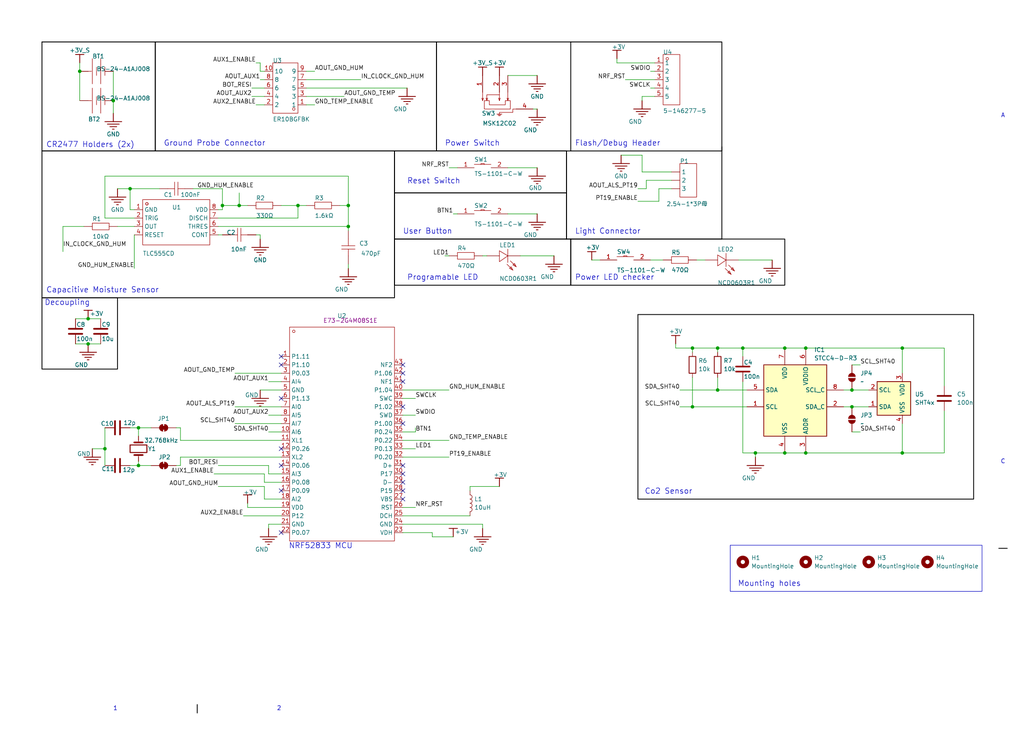
<source format=kicad_sch>
(kicad_sch (version 20250114) (generator "eeschema") (generator_version "9.0")
  (paper "User" 309.88 223.52)
  (title_block (title "SICRO Sensor") (date "2026-01-23") (rev "3.6.0") (company "LRIMa") (comment 1 "Nils Lahaye, Adrien Lesage"))
  (rectangle (start 171.45 45.72) (end 119.38 58.42) (stroke (width 0.254) (color 0 0 0 1)))
  (rectangle (start 220.98 165.1) (end 297.18 179.07))
  (rectangle (start 46.99 12.7) (end 12.7 45.72) (stroke (width 0.254) (color 0 0 0 1)))
  (rectangle (start 12.7 45.72) (end 119.38 90.17) (stroke (width 0.254) (color 0 0 0 1)))
  (rectangle (start 132.08 12.7) (end 46.99 45.72) (stroke (width 0.254) (color 0 0 0 1)))
  (rectangle (start 12.7 90.17) (end 35.56 111.76) (stroke (width 0.254) (color 0 0 0 1)))
  (rectangle (start 171.45 58.42) (end 119.38 72.39) (stroke (width 0.254) (color 0 0 0 1)))
  (rectangle (start 193.04 95.25) (end 294.64 151.13) (stroke (width 0.254) (color 0 0 0 1)))
  (rectangle (start 218.44 12.7) (end 132.08 45.72) (stroke (width 0.254) (color 0 0 0 1)))
  (rectangle (start 119.38 72.39) (end 172.72 86.36) (stroke (width 0.254) (color 0 0 0 1)))
  (rectangle (start 172.72 72.39) (end 237.49 86.36) (stroke (width 0.254) (color 0 0 0 1)))
  (text "Programable LED" (at 123.19 85.09 0) (effects (font (size 1.651 1.651)) (justify left bottom)))
  (text "Light Connector" (at 173.99 71.12 0) (effects (font (size 1.651 1.651)) (justify left bottom)))
  (text "Power Switch" (at 134.62 44.45 0) (effects (font (size 1.651 1.651)) (justify left bottom)))
  (text "Decoupling" (at 13.462 92.71 0) (effects (font (size 1.651 1.651)) (justify left bottom)))
  (text "A" (at 303.53 35.084 0) (effects (font (size 1.27 1.27))))
  (text "Power LED checker" (at 173.99 85.09 0) (effects (font (size 1.651 1.651)) (justify left bottom)))
  (text "Capacitive Moisture Sensor" (at 13.97 88.9 0) (effects (font (size 1.651 1.651)) (justify left bottom)))
  (text "Mounting holes\n" (at 223.266 177.8 0) (effects (font (size 1.651 1.651)) (justify left bottom)))
  (text "Ground Probe Connector" (at 49.53 44.45 0) (effects (font (size 1.651 1.651)) (justify left bottom)))
  (text "Flash/Debug Header" (at 173.99 44.45 0) (effects (font (size 1.651 1.651)) (justify left bottom)))
  (text "C" (at 303.53 139.859 0) (effects (font (size 1.27 1.27))))
  (text "Co2 Sensor" (at 195.072 149.86 0) (effects (font (size 1.651 1.651)) (justify left bottom)))
  (text "CR2477 Holders (2x)" (at 13.97 44.894 0) (effects (font (size 1.651 1.651)) (justify left bottom)))
  (text "2" (at 84.455 214.63 0) (effects (font (size 1.27 1.27))))
  (text "NRF52833 MCU" (at 87.376 166.37 0) (effects (font (size 1.651 1.651)) (justify left bottom)))
  (text "1" (at 34.925 214.63 0) (effects (font (size 1.27 1.27))))
  (text "User Button" (at 121.92 71.12 0) (effects (font (size 1.651 1.651)) (justify left bottom)))
  (text "Reset Switch" (at 123.19 55.88 0) (effects (font (size 1.651 1.651)) (justify left bottom)))
  (junction (at 237.49 105.41))
  (junction (at 257.81 123.19))
  (junction (at 67.31 62.23))
  (junction (at 41.91 140.97))
  (junction (at 90.17 62.23))
  (junction (at 41.91 129.54))
  (junction (at 34.29 30.48))
  (junction (at 26.67 104.14))
  (junction (at 26.67 96.52))
  (junction (at 224.79 105.41))
  (junction (at 273.05 137.16))
  (junction (at 217.17 105.41))
  (junction (at 217.17 118.11))
  (junction (at 243.84 105.41))
  (junction (at 257.81 118.11))
  (junction (at 228.6 137.16))
  (junction (at 105.41 68.58))
  (junction (at 209.55 123.19))
  (junction (at 39.37 57.15))
  (junction (at 237.49 137.16))
  (junction (at 105.41 62.23))
  (junction (at 72.39 62.23))
  (junction (at 243.84 137.16))
  (junction (at 24.13 21.59))
  (junction (at 31.75 135.89))
  (junction (at 209.55 105.41))
  (junction (at 273.05 105.41))
  (no_connect (at 121.92 143.51))
  (no_connect (at 121.92 151.13))
  (no_connect (at 121.92 115.57))
  (no_connect (at 121.92 123.19))
  (no_connect (at 121.92 110.49))
  (no_connect (at 85.09 135.89))
  (no_connect (at 85.09 110.49))
  (no_connect (at 121.92 113.03))
  (no_connect (at 121.92 128.27))
  (no_connect (at 121.92 148.59))
  (no_connect (at 85.09 148.59))
  (no_connect (at 85.09 140.97))
  (no_connect (at 121.92 146.05))
  (no_connect (at 85.09 161.29))
  (no_connect (at 85.09 107.95))
  (no_connect (at 85.09 120.65))
  (no_connect (at 121.92 140.97))
  (wire (pts (xy 26.67 96.52) (xy 22.86 96.52)))
  (wire (pts (xy 27.94 135.89) (xy 31.75 135.89)))
  (wire (pts (xy 285.75 105.41) (xy 285.75 116.84)))
  (wire (pts (xy 146.05 158.75) (xy 146.05 160.02)))
  (wire (pts (xy 64.77 143.51) (xy 80.01 143.51)))
  (wire (pts (xy 58.42 57.15) (xy 67.31 57.15)))
  (wire (pts (xy 217.17 106.68) (xy 217.17 105.41)))
  (wire (pts (xy 66.04 140.97) (xy 81.28 140.97)))
  (wire (pts (xy 204.47 104.14) (xy 204.47 105.41)))
  (polyline (pts (xy 218.44 44.45) (xy 218.44 72.39)) (stroke (width 0.254) (type solid) (color 0 0 0 1)))
  (wire (pts (xy 81.28 125.73) (xy 85.09 125.73)))
  (wire (pts (xy 90.17 66.04) (xy 66.04 66.04)))
  (wire (pts (xy 39.37 57.15) (xy 48.26 57.15)))
  (wire (pts (xy 237.49 137.16) (xy 243.84 137.16)))
  (wire (pts (xy 31.75 135.89) (xy 31.75 140.97)))
  (wire (pts (xy 228.6 137.16) (xy 237.49 137.16)))
  (wire (pts (xy 273.05 105.41) (xy 285.75 105.41)))
  (wire (pts (xy 285.75 137.16) (xy 285.75 124.46)))
  (wire (pts (xy 135.89 138.43) (xy 121.92 138.43)))
  (polyline (pts (xy 302.26 166.052) (xy 304.8 166.052)) (stroke (width 0.254) (type solid) (color 0 0 0 1)))
  (wire (pts (xy 217.17 114.3) (xy 217.17 118.11)))
  (wire (pts (xy 40.64 71.12) (xy 40.64 81.28)))
  (wire (pts (xy 157.48 77.47) (xy 167.64 77.47)))
  (wire (pts (xy 205.74 123.19) (xy 209.55 123.19)))
  (wire (pts (xy 92.71 31.75) (xy 95.25 31.75)))
  (wire (pts (xy 81.28 130.81) (xy 85.09 130.81)))
  (wire (pts (xy 80.01 151.13) (xy 85.09 151.13)))
  (wire (pts (xy 54.61 138.43) (xy 54.61 140.97)))
  (wire (pts (xy 40.64 66.04) (xy 31.75 66.04)))
  (wire (pts (xy 260.35 110.49) (xy 257.81 110.49)))
  (wire (pts (xy 92.71 29.21) (xy 104.14 29.21)))
  (wire (pts (xy 35.56 57.15) (xy 39.37 57.15)))
  (wire (pts (xy 193.04 57.15) (xy 195.58 57.15)))
  (wire (pts (xy 130.81 162.56) (xy 137.16 162.56)))
  (wire (pts (xy 146.05 77.47) (xy 147.32 77.47)))
  (wire (pts (xy 121.92 156.21) (xy 142.24 156.21)))
  (wire (pts (xy 78.74 72.39) (xy 78.74 71.12)))
  (polyline (pts (xy 171.45 72.39) (xy 171.45 72.39)) (stroke (width 0.254) (type solid) (color 0 0 0 1)))
  (wire (pts (xy 199.39 60.96) (xy 199.39 57.15)))
  (wire (pts (xy 85.09 115.57) (xy 81.28 115.57)))
  (polyline (pts (xy 172.72 12.7) (xy 172.72 45.72)) (stroke (width 0.254) (type solid) (color 0 0 0 1)))
  (wire (pts (xy 67.31 62.23) (xy 67.31 63.5)))
  (wire (pts (xy 121.92 158.75) (xy 146.05 158.75)))
  (wire (pts (xy 92.71 26.67) (xy 123.19 26.67)))
  (wire (pts (xy 194.31 46.99) (xy 194.31 52.07)))
  (wire (pts (xy 39.37 63.5) (xy 39.37 57.15)))
  (wire (pts (xy 40.64 63.5) (xy 39.37 63.5)))
  (wire (pts (xy 161.29 33.02) (xy 162.56 33.02)))
  (wire (pts (xy 24.13 21.59) (xy 24.13 19.05)))
  (wire (pts (xy 19.05 68.58) (xy 25.4 68.58)))
  (wire (pts (xy 134.62 77.47) (xy 135.89 77.47)))
  (wire (pts (xy 260.35 130.81) (xy 257.81 130.81)))
  (wire (pts (xy 90.17 62.23) (xy 85.09 62.23)))
  (wire (pts (xy 19.05 68.58) (xy 19.05 76.2)))
  (wire (pts (xy 186.69 17.78) (xy 186.69 19.05)))
  (wire (pts (xy 76.2 26.67) (xy 80.01 26.67)))
  (wire (pts (xy 90.17 66.04) (xy 90.17 62.23)))
  (wire (pts (xy 195.58 57.15) (xy 195.58 54.61)))
  (wire (pts (xy 81.28 140.97) (xy 81.28 143.51)))
  (wire (pts (xy 71.12 113.03) (xy 85.09 113.03)))
  (wire (pts (xy 105.41 62.23) (xy 105.41 68.58)))
  (wire (pts (xy 31.75 129.54) (xy 31.75 135.89)))
  (wire (pts (xy 196.85 26.67) (xy 198.12 26.67)))
  (wire (pts (xy 78.74 71.12) (xy 77.47 71.12)))
  (wire (pts (xy 142.24 148.59) (xy 142.24 147.32)))
  (wire (pts (xy 66.04 147.32) (xy 80.01 147.32)))
  (wire (pts (xy 66.04 71.12) (xy 67.31 71.12)))
  (wire (pts (xy 73.66 156.21) (xy 85.09 156.21)))
  (wire (pts (xy 78.74 19.05) (xy 77.47 19.05)))
  (wire (pts (xy 130.81 161.29) (xy 130.81 162.56)))
  (wire (pts (xy 209.55 123.19) (xy 226.06 123.19)))
  (wire (pts (xy 125.73 130.81) (xy 121.92 130.81)))
  (wire (pts (xy 74.93 153.67) (xy 74.93 152.4)))
  (wire (pts (xy 233.68 78.74) (xy 223.52 78.74)))
  (polyline (pts (xy 218.44 72.39) (xy 171.45 72.39)) (stroke (width 0.254) (type solid) (color 0 0 0 1)))
  (wire (pts (xy 138.43 64.77) (xy 137.16 64.77)))
  (wire (pts (xy 196.85 21.59) (xy 198.12 21.59)))
  (wire (pts (xy 85.09 138.43) (xy 54.61 138.43)))
  (wire (pts (xy 85.09 153.67) (xy 74.93 153.67)))
  (wire (pts (xy 121.92 133.35) (xy 135.89 133.35)))
  (wire (pts (xy 273.05 128.27) (xy 273.05 137.16)))
  (wire (pts (xy 92.71 24.13) (xy 109.22 24.13)))
  (wire (pts (xy 255.27 118.11) (xy 257.81 118.11)))
  (wire (pts (xy 67.31 62.23) (xy 72.39 62.23)))
  (wire (pts (xy 217.17 105.41) (xy 224.79 105.41)))
  (wire (pts (xy 121.92 118.11) (xy 135.89 118.11)))
  (wire (pts (xy 72.39 58.42) (xy 72.39 62.23)))
  (wire (pts (xy 105.41 81.28) (xy 105.41 80.01)))
  (wire (pts (xy 41.91 139.7) (xy 41.91 140.97)))
  (wire (pts (xy 81.28 160.02) (xy 81.28 158.75)))
  (wire (pts (xy 41.91 129.54) (xy 39.37 129.54)))
  (wire (pts (xy 187.96 46.99) (xy 194.31 46.99)))
  (wire (pts (xy 78.74 21.59) (xy 80.01 21.59)))
  (wire (pts (xy 53.34 129.54) (xy 54.61 129.54)))
  (wire (pts (xy 71.12 128.27) (xy 85.09 128.27)))
  (wire (pts (xy 204.47 105.41) (xy 209.55 105.41)))
  (wire (pts (xy 125.73 130.81) (xy 125.73 129.54)))
  (wire (pts (xy 257.81 118.11) (xy 262.89 118.11)))
  (wire (pts (xy 41.91 129.54) (xy 45.72 129.54)))
  (wire (pts (xy 54.61 129.54) (xy 54.61 133.35)))
  (wire (pts (xy 92.71 21.59) (xy 95.25 21.59)))
  (wire (pts (xy 257.81 123.19) (xy 262.89 123.19)))
  (wire (pts (xy 195.58 54.61) (xy 203.2 54.61)))
  (wire (pts (xy 162.56 50.8) (xy 153.67 50.8)))
  (wire (pts (xy 105.41 53.34) (xy 31.75 53.34)))
  (wire (pts (xy 24.13 21.59) (xy 24.13 30.48)))
  (wire (pts (xy 80.01 143.51) (xy 80.01 146.05)))
  (wire (pts (xy 66.04 63.5) (xy 67.31 63.5)))
  (wire (pts (xy 217.17 118.11) (xy 226.06 118.11)))
  (wire (pts (xy 40.64 68.58) (xy 35.56 68.58)))
  (wire (pts (xy 142.24 147.32) (xy 151.13 147.32)))
  (wire (pts (xy 224.79 115.57) (xy 224.79 137.16)))
  (wire (pts (xy 105.41 68.58) (xy 66.04 68.58)))
  (wire (pts (xy 209.55 123.19) (xy 209.55 114.3)))
  (wire (pts (xy 90.17 62.23) (xy 92.71 62.23)))
  (wire (pts (xy 41.91 129.54) (xy 41.91 132.08)))
  (wire (pts (xy 71.12 123.19) (xy 85.09 123.19)))
  (wire (pts (xy 26.67 104.14) (xy 30.48 104.14)))
  (wire (pts (xy 80.01 146.05) (xy 85.09 146.05)))
  (wire (pts (xy 34.29 30.48) (xy 34.29 34.29)))
  (wire (pts (xy 189.23 24.13) (xy 198.12 24.13)))
  (wire (pts (xy 199.39 57.15) (xy 203.2 57.15)))
  (wire (pts (xy 54.61 133.35) (xy 85.09 133.35)))
  (wire (pts (xy 78.74 21.59) (xy 78.74 19.05)))
  (wire (pts (xy 243.84 137.16) (xy 273.05 137.16)))
  (wire (pts (xy 121.92 125.73) (xy 125.73 125.73)))
  (wire (pts (xy 224.79 105.41) (xy 237.49 105.41)))
  (wire (pts (xy 193.04 60.96) (xy 199.39 60.96)))
  (wire (pts (xy 22.86 104.14) (xy 26.67 104.14)))
  (wire (pts (xy 105.41 68.58) (xy 105.41 69.85)))
  (wire (pts (xy 243.84 105.41) (xy 273.05 105.41)))
  (wire (pts (xy 34.29 21.59) (xy 34.29 30.48)))
  (wire (pts (xy 125.73 120.65) (xy 121.92 120.65)))
  (wire (pts (xy 210.82 78.74) (xy 213.36 78.74)))
  (wire (pts (xy 26.67 96.52) (xy 30.48 96.52)))
  (wire (pts (xy 153.67 64.77) (xy 162.56 64.77)))
  (polyline (pts (xy 59.69 213.36) (xy 59.69 215.9)) (stroke (width 0.254) (type solid) (color 0 0 0 1)))
  (wire (pts (xy 237.49 105.41) (xy 243.84 105.41)))
  (wire (pts (xy 81.28 158.75) (xy 85.09 158.75)))
  (wire (pts (xy 105.41 62.23) (xy 105.41 53.34)))
  (wire (pts (xy 224.79 107.95) (xy 224.79 105.41)))
  (wire (pts (xy 54.61 140.97) (xy 53.34 140.97)))
  (wire (pts (xy 105.41 62.23) (xy 102.87 62.23)))
  (wire (pts (xy 121.92 135.89) (xy 125.73 135.89)))
  (wire (pts (xy 196.85 78.74) (xy 200.66 78.74)))
  (wire (pts (xy 273.05 105.41) (xy 273.05 113.03)))
  (wire (pts (xy 67.31 57.15) (xy 67.31 62.23)))
  (wire (pts (xy 205.74 118.11) (xy 217.17 118.11)))
  (wire (pts (xy 72.39 62.23) (xy 74.93 62.23)))
  (wire (pts (xy 138.43 50.8) (xy 135.89 50.8)))
  (wire (pts (xy 78.74 24.13) (xy 80.01 24.13)))
  (wire (pts (xy 41.91 140.97) (xy 39.37 140.97)))
  (wire (pts (xy 209.55 106.68) (xy 209.55 105.41)))
  (wire (pts (xy 162.56 22.86) (xy 153.67 22.86)))
  (wire (pts (xy 255.27 123.19) (xy 257.81 123.19)))
  (wire (pts (xy 194.31 52.07) (xy 203.2 52.07)))
  (wire (pts (xy 209.55 105.41) (xy 217.17 105.41)))
  (wire (pts (xy 80.01 147.32) (xy 80.01 151.13)))
  (wire (pts (xy 228.6 137.16) (xy 224.79 137.16)))
  (wire (pts (xy 31.75 66.04) (xy 31.75 53.34)))
  (wire (pts (xy 121.92 153.67) (xy 125.73 153.67)))
  (wire (pts (xy 81.28 143.51) (xy 85.09 143.51)))
  (wire (pts (xy 45.72 140.97) (xy 41.91 140.97)))
  (wire (pts (xy 228.6 138.43) (xy 228.6 137.16)))
  (wire (pts (xy 179.07 78.74) (xy 181.61 78.74)))
  (wire (pts (xy 121.92 161.29) (xy 130.81 161.29)))
  (wire (pts (xy 273.05 137.16) (xy 285.75 137.16)))
  (wire (pts (xy 194.31 29.21) (xy 198.12 29.21)))
  (wire (pts (xy 198.12 19.05) (xy 186.69 19.05)))
  (wire (pts (xy 77.47 31.75) (xy 80.01 31.75)))
  (polyline (pts (xy 171.45 72.39) (xy 171.45 45.72)) (stroke (width 0.254) (type solid) (color 0 0 0 1)))
  (wire (pts (xy 76.2 29.21) (xy 80.01 29.21)))
  (wire (pts (xy 194.31 29.21) (xy 194.31 30.48)))
  (wire (pts (xy 85.09 118.11) (xy 78.74 118.11)))
  (label "BTN1" (at 137.16 64.77 180))
  (label "AOUT_AUX2" (at 76.2 29.21 180))
  (label "AOUT_GND_TEMP" (at 104.14 29.21 0))
  (label "GND_HUM_ENABLE" (at 135.89 118.11 0))
  (label "GND_HUM_ENABLE" (at 40.64 81.28 180))
  (label "IN_CLOCK_GND_HUM" (at 19.05 74.93 0))
  (label "AUX2_ENABLE" (at 77.47 31.75 180))
  (label "SCL_SHT40" (at 205.74 123.19 180))
  (label "NRF_RST" (at 189.23 24.13 180))
  (label "BOT_RESI" (at 76.2 26.67 180))
  (label "SDA_SHT40" (at 81.28 130.81 180))
  (label "AUX2_ENABLE" (at 73.66 156.21 180))
  (label "AOUT_GND_HUM" (at 66.04 147.32 180))
  (label "GND_TEMP_ENABLE" (at 135.89 133.35 0))
  (label "NRF_RST" (at 135.89 50.8 180))
  (label "SDA_SHT40" (at 260.35 130.81 0))
  (label "BTN1" (at 125.73 130.81 0))
  (label "AOUT_ALS_PT19" (at 193.04 57.15 180))
  (label "PT19_ENABLE" (at 193.04 60.96 180))
  (label "LED1" (at 135.89 77.47 180))
  (label "SDA_SHT40" (at 205.74 118.11 180))
  (label "AUX1_ENABLE" (at 77.47 19.05 180))
  (label "AUX1_ENABLE" (at 64.77 143.51 180))
  (label "PT19_ENABLE" (at 135.89 138.43 0))
  (label "BOT_RESI" (at 66.04 140.97 180))
  (label "SCL_SHT40" (at 260.35 110.49 0))
  (label "NRF_RST" (at 125.73 153.67 0))
  (label "SWDIO" (at 125.73 125.73 0))
  (label "AOUT_GND_HUM" (at 95.25 21.59 0))
  (label "LED1" (at 125.73 135.89 0))
  (label "AOUT_GND_TEMP" (at 71.12 113.03 180))
  (label "GND_TEMP_ENABLE" (at 95.25 31.75 0))
  (label "AOUT_AUX2" (at 81.28 125.73 180))
  (label "SWDIO" (at 196.85 21.59 180))
  (label "SWCLK" (at 196.85 26.67 180))
  (label "GND_HUM_ENABLE" (at 59.69 57.15 0))
  (label "AOUT_AUX1" (at 81.28 115.57 180))
  (label "IN_CLOCK_GND_HUM" (at 109.22 24.13 0))
  (label "AOUT_ALS_PT19" (at 71.12 123.19 180))
  (label "SCL_SHT40" (at 71.12 128.27 180))
  (label "SWCLK" (at 125.73 120.65 0))
  (label "AOUT_AUX1" (at 78.74 24.13 180))
  (symbol (lib_id "serre-lrima-altium-import:GND_POWER_GROUND") (at 162.56 22.86 0) (unit 1)
    (property "Reference" "#PWR017" (effects (hide yes)))
    (property "Value" "GND" (at 162.56 29.21 0))
  )
  (symbol (lib_id "serre-lrima-altium-import:root_0_BS-24-A1AJ008_") (at 29.21 21.59 0) (unit 1)
    (property "Reference" "BT1" (at 27.94 17.78 0) (effects (justify left bottom)))
    (property "Value" "BS-24-A1AJ008" (at 29.21 21.59 0) (effects (justify left bottom)))
    (property "Footprint" "PCBLIB_BAT-TH_BS-24-A1AJ013_2026-01-08:BAT-TH_BS-24-A1AJ013" (effects (hide yes)))
    (property "SYMBOL" "BS-24-A1AJ008" (effects (hide yes)))
    (property "DEVICE" "BS-24-A1AJ008" (effects (hide yes)))
    (property "LCSC PART NAME" "电池底座 适用电池:CR2477" (effects (hide yes)))
    (property "SUPPLIER PART" "C964814" (effects (hide yes)))
    (property "MANUFACTURER" "MYOUNG(美阳)" (effects (hide yes)))
    (property "MANUFACTURER PART" "BS-24-A1AJ008" (effects (hide yes)))
    (property "SUPPLIER FOOTPRINT" "插件" (effects (hide yes)))
    (property "JLCPCB PART CLASS" "Extended Part" (effects (hide yes)))
    (property "DATASHEET" "https://atta.szlcsc.com/upload/public/pdf/source/20201218/C964814_551C7443D87E46DD8C4E7E69D648C1DE.pdf" (effects (hide yes)))
    (property "SUPPLIER" "LCSC" (effects (hide yes)))
    (property "ADD INTO BOM" "yes" (effects (hide yes)))
    (property "CONVERT TO PCB" "yes" (effects (hide yes)))
    (property "CONNECTOR TYPE" "Battery base" (effects (hide yes)))
    (property "BATTERY TYPE" "CR2477" (effects (hide yes)))
    (property "OPERATING TEMPERATURE RANGE" "-25℃~+85℃" (effects (hide yes)))
    (property "ORIGIN FOOTPRINT" "BAT-SMD_CR2032-3V" (effects (hide yes)))
    (property "CHECK" "true" (effects (hide yes)))
  )
  (symbol (lib_id "serre-lrima-altium-import:root_0_MSK12C02_") (at 148.59 33.02 0) (unit 1)
    (property "Reference" "SW3" (at 145.796 35.052 0) (effects (justify left bottom)))
    (property "Value" "MSK12C02" (at 146.05 38.077 0) (effects (justify left bottom)))
    (property "Footprint" "Button_Switch_SMD:SW_SPDT_PCM12" (effects (hide yes)))
    (property "SYMBOL" "MSK12C02-HB" (effects (hide yes)))
    (property "DEVICE" "MSK12C02" (effects (hide yes)))
    (property "LCSC PART NAME" "两档侧拨贴片 7脚 拨动 白柄 柄长1.5mm,带定位柱" (effects (hide yes)))
    (property "SUPPLIER PART" "C431540" (effects (hide yes)))
    (property "MANUFACTURER" "SHOU HAN(首韩)" (effects (hide yes)))
    (property "MANUFACTURER PART" "MSK12C02" (effects (hide yes)))
    (property "SUPPLIER FOOTPRINT" "SMD" (effects (hide yes)))
    (property "JLCPCB PART CLASS" "Extended Part" (effects (hide yes)))
    (property "SUPPLIER" "LCSC" (effects (hide yes)))
    (property "ADD INTO BOM" "yes" (effects (hide yes)))
    (property "CONVERT TO PCB" "yes" (effects (hide yes)))
    (property "CHECK" "true" (effects (hide yes)))
  )
  (symbol (lib_id "Device:C") (at 224.79 111.76 0) (unit 1)
    (property "Reference" "C4" (at 225.044 109.728 0) (effects (justify left)))
    (property "Value" "100n" (at 225.044 114.046 0) (effects (justify left)))
    (property "Footprint" "Capacitor_SMD:C_0603_1608Metric_Pad1.08x0.95mm_HandSolder" (effects (hide yes)))
    (property "Description" "Unpolarized capacitor" (effects (hide yes)))
  )
  (symbol (lib_id "serre-lrima-altium-import:GND_POWER_GROUND") (at 228.6 138.43 0) (unit 1)
    (property "Reference" "#PWR025" (effects (hide yes)))
    (property "Value" "GND" (at 228.6 144.78 0) (effects (justify right)))
  )
  (symbol (lib_id "serre-lrima-altium-import:root_0_E73-2G4M08S1E_") (at 97.79 134.62 0) (unit 1)
    (property "Reference" "U2" (at 102.065 96.357 0) (effects (justify left bottom)))
    (property "Value" "NRF_RST" (effects (hide yes)))
    (property "Footprint" "PCBLIB_WIRELM-SMD_E73-2G4M08S1C_2026-01-08:WIRELM-SMD_E73-2G4M08S1C" (effects (hide yes)))
    (property "SYMBOL" "E73-2G4M08S1E" (effects (hide yes)))
    (property "DEVICE" "E73-2G4M08S1E" (at 97.79 97.79 0) (effects (justify left bottom)))
    (property "SUPPLIER" "LCSC" (effects (hide yes)))
    (property "SUPPLIER PART" "C2845026" (effects (hide yes)))
    (property "MANUFACTURER" "null" (effects (hide yes)))
    (property "MANUFACTURER PART" "E73-2G4M08S1E" (effects (hide yes)))
    (property "JLCPCB PART CLASS" "Extended Part" (effects (hide yes)))
    (property "CONVERT TO PCB" "yes" (effects (hide yes)))
    (property "ADD INTO BOM" "yes" (effects (hide yes)))
    (property "ORIGIN FOOTPRINT" "SMD-43_L18.0-W13.0-P1.27-E73-2G4M08S1E" (effects (hide yes)))
    (property "CHECK" "true" (effects (hide yes)))
  )
  (symbol (lib_id "serre-lrima-altium-import:+3V_BAR") (at 151.13 22.86 180) (unit 1)
    (property "Reference" "#PWR013" (effects (hide yes)))
    (property "Value" "+3V" (at 151.13 19.05 0))
  )
  (symbol (lib_id "Device:Crystal") (at 41.91 135.89 270) (unit 1)
    (property "Reference" "Y1" (at 45.974 135.89 90))
    (property "Value" "32.768kHz" (at 48.768 133.35 90))
    (property "Footprint" "Crystal:Crystal_SMD_3215-2Pin_3.2x1.5mm" (effects (hide yes)))
    (property "Description" "Two pin crystal" (effects (hide yes)))
  )
  (symbol (lib_id "serre-lrima-altium-import:+3V_S_BAR") (at 146.05 22.86 180) (unit 1)
    (property "Reference" "#PWR012" (effects (hide yes)))
    (property "Value" "+3V_S" (at 146.05 19.05 0))
  )
  (symbol (lib_id "serre-lrima-altium-import:+3V_BAR") (at 26.67 96.52 180) (unit 1)
    (property "Reference" "#PWR06" (effects (hide yes)))
    (property "Value" "+3V" (at 27.178 94.996 0) (effects (justify right)))
  )
  (symbol (lib_id "serre-lrima-altium-import:root_0_5-146277-5_") (at 203.2 24.13 0) (unit 1)
    (property "Reference" "U4" (at 200.66 16.51 0) (effects (justify left bottom)))
    (property "Value" "5-146277-5" (at 200.66 34.29 0) (effects (justify left bottom)))
    (property "Footprint" "Connector_PinHeader_2.54mm:PinHeader_1x05_P2.54mm_Vertical" (effects (hide yes)))
    (property "SYMBOL" "5-146277-5" (effects (hide yes)))
    (property "DEVICE" "5-146277-5" (effects (hide yes)))
    (property "LCSC PART NAME" "间距:2.54mm 直插" (effects (hide yes)))
    (property "SUPPLIER PART" "C6818851" (effects (hide yes)))
    (property "MANUFACTURER" "TE Connectivity(泰科电子)" (effects (hide yes)))
    (property "MANUFACTURER PART" "5-146277-5" (effects (hide yes)))
    (property "SUPPLIER FOOTPRINT" "插件,P=2.54mm" (effects (hide yes)))
    (property "DATASHEET" "https://atta.szlcsc.com/upload/public/pdf/source/231023/ENG_CD_146277_H2.pdf-37b26ad3353fd1831c4d378470814c99.pdf" (effects (hide yes)))
    (property "SUPPLIER" "LCSC" (effects (hide yes)))
    (property "ADD INTO BOM" "yes" (effects (hide yes)))
    (property "CONVERT TO PCB" "yes" (effects (hide yes)))
    (property "PITCH" "2.54mm" (effects (hide yes)))
    (property "MOUNTING TYPE" "Straight" (effects (hide yes)))
    (property "NUMBER OF ROWS" "Plugin" (effects (hide yes)))
    (property "NUMBER OF PINS" "5P" (effects (hide yes)))
    (property "CURRENT RATING (MAX)" "3A" (effects (hide yes)))
    (property "CONTACT PLATING" "Tin" (effects (hide yes)))
    (property "OPERATING TEMPERATURE RANGE" "-65℃~+105℃" (effects (hide yes)))
    (property "COLOR" "Black" (effects (hide yes)))
  )
  (symbol (lib_id "serre-lrima-altium-import:+3V_BAR") (at 151.13 147.32 180) (unit 1)
    (property "Reference" "#PWR028" (effects (hide yes)))
    (property "Value" "+3V" (at 149.352 143.764 0) (effects (justify right)))
  )
  (symbol (lib_id "Jumper:SolderJumper_2_Open") (at 257.81 127 90) (unit 1) (in_bom no)
    (property "Reference" "JP3" (at 260.35 125.7299 90) (effects (justify right)))
    (property "Value" "~" (at 260.35 128.2699 90) (effects (justify right)))
    (property "Footprint" "Jumper:SolderJumper-2_P1.3mm_Open_RoundedPad1.0x1.5mm" (effects (hide yes)))
    (property "Description" "Solder Jumper, 2-pole, open" (effects (hide yes)))
  )
  (symbol (lib_id "serre-lrima-altium-import:GND_POWER_GROUND") (at 35.56 57.15 0) (unit 1)
    (property "Reference" "#PWR03" (effects (hide yes)))
    (property "Value" "GND" (at 35.56 63.5 0))
  )
  (symbol (lib_id "serre-lrima-altium-import:root_0_TS-1101-C-W_") (at 189.23 78.74 0) (unit 1)
    (property "Reference" "SW4" (at 186.69 76.967 0) (effects (justify left bottom)))
    (property "Value" "TS-1101-C-W" (at 186.69 82.555 0) (effects (justify left bottom)))
    (property "Footprint" "Button_Switch_SMD:SW-SMD_L6.0-W3.3-LS8.0" (effects (hide yes)))
    (property "SYMBOL" "TS-1101-C-W" (effects (hide yes)))
    (property "DEVICE" "TS-1101-C-W" (effects (hide yes)))
    (property "LCSC PART NAME" "立贴 6*3.6*2.5mm 轻触开关 一型3*6*2.5有白ZD b拉伸白色带淡绿按键 卷装" (effects (hide yes)))
    (property "SUPPLIER PART" "C318938" (effects (hide yes)))
    (property "MANUFACTURER" "XKB Connectivity(中国星坤)" (effects (hide yes)))
    (property "MANUFACTURER PART" "TS-1101-C-W" (effects (hide yes)))
    (property "SUPPLIER FOOTPRINT" "SMD" (effects (hide yes)))
    (property "JLCPCB PART CLASS" "Extended Part" (effects (hide yes)))
    (property "DATASHEET" "https://atta.szlcsc.com/upload/public/pdf/source/20200227/C318938_C2E53B1EEDE37D980A33616AC086DE53.pdf" (effects (hide yes)))
    (property "SUPPLIER" "LCSC" (effects (hide yes)))
    (property "ADD INTO BOM" "yes" (effects (hide yes)))
    (property "CONVERT TO PCB" "yes" (effects (hide yes)))
    (property "CONTACT CURRENT" "50mA" (effects (hide yes)))
    (property "VOLTAGE RATING (AC)" "-" (effects (hide yes)))
    (property "VOLTAGE RATING (DC)" "12V" (effects (hide yes)))
    (property "POWER RATING" "-" (effects (hide yes)))
    (property "INSULATION RESISTANCE" "-" (effects (hide yes)))
    (property "CIRCUIT" "SPST" (effects (hide yes)))
    (property "MOUNTING STYLE" "Brick nogging" (effects (hide yes)))
    (property "ACTUATOR STYLE" "Rectangle button" (effects (hide yes)))
    (property "ACTUATOR/CAP COLOR" "白色带淡绿" (effects (hide yes)))
    (property "WITH LAMP" "No" (effects (hide yes)))
    (property "OPERATING FORCE" "260gf" (effects (hide yes)))
    (property "MECHANICAL LIFE" "50000次" (effects (hide yes)))
    (property "OPERATING TEMPERATURE" "-30℃~+85℃" (effects (hide yes)))
    (property "IP RATING" "-" (effects (hide yes)))
    (property "PIN STYLE" "-" (effects (hide yes)))
    (property "DIAMETER" "-" (effects (hide yes)))
    (property "SWITCH LENGTH" "6mm" (effects (hide yes)))
    (property "SWITCH WIDTH" "3.6mm" (effects (hide yes)))
    (property "SWITCH HEIGHT" "2.5mm" (effects (hide yes)))
    (property "STRIKE GUNDAM" "NO" (effects (hide yes)))
    (property "CHECK" "true" (effects (hide yes)))
  )
  (symbol (lib_id "Sensor_Humidity:SHT4x") (at 270.51 120.65 0) (unit 1)
    (property "Reference" "U5" (at 276.86 119.3799 0) (effects (justify left)))
    (property "Value" "SHT4x" (at 276.86 121.9199 0) (effects (justify left)))
    (property "Footprint" "FootprintsLRIma:SHT4X" (effects (hide yes)))
    (property "Datasheet" "https://sensirion.com/media/documents/33FD6951/624C4357/Datasheet_SHT4x.pdf" (effects (hide yes)))
    (property "Description" "Digital Humidity and Temperature Sensor, ±1%RH, ±0.1°C, I2C, 1.08-3.6V, 16bit, DFN-4" (effects (hide yes)))
  )
  (symbol (lib_id "serre-lrima-altium-import:root_0_CC0603KRX7R9BB103_") (at 72.39 71.12 0) (unit 1)
    (property "Reference" "C2" (at 68.58 71.12 0) (effects (justify left bottom)))
    (property "Value" "10nF" (at 69.85 76.205 0) (effects (justify left bottom)))
    (property "Footprint" "Capacitor_SMD:C_0603_1608Metric_Pad1.08x0.95mm_HandSolder" (effects (hide yes)))
    (property "SYMBOL" "CAP" (effects (hide yes)))
    (property "DEVICE" "CC0603KRX7R9BB103" (effects (hide yes)))
    (property "LCSC PART NAME" "10nF ±10% 50V" (effects (hide yes)))
    (property "SUPPLIER PART" "C100042" (effects (hide yes)))
    (property "MANUFACTURER" "YAGEO(国巨)" (effects (hide yes)))
    (property "MANUFACTURER PART" "CC0603KRX7R9BB103" (effects (hide yes)))
    (property "SUPPLIER FOOTPRINT" "0603" (effects (hide yes)))
    (property "JLCPCB PART CLASS" "Extended Part" (effects (hide yes)))
    (property "DATASHEET" "https://atta.szlcsc.com/upload/public/pdf/source/20180326/C100042_E8B0111D51DE3671A0A4A59FBCEFE81C.pdf" (effects (hide yes)))
    (property "SUPPLIER" "LCSC" (effects (hide yes)))
    (property "ADD INTO BOM" "yes" (effects (hide yes)))
    (property "CONVERT TO PCB" "yes" (effects (hide yes)))
    (property "ALTIUM_VALUE" "10nF" (effects (hide yes)))
    (property "TOLERANCE" "±10%" (effects (hide yes)))
    (property "CHECK" "true" (effects (hide yes)))
  )
  (symbol (lib_id "serre-lrima-altium-import:root_2_SCR0603F330R_") (at 80.01 62.23 0) (unit 1)
    (property "Reference" "R2" (at 77.47 60.711 0) (effects (justify left bottom)))
    (property "Value" "330Ω" (at 77.47 66.045 0) (effects (justify left bottom)))
    (property "Footprint" "Resistor_SMD:R_0603_1608Metric_Pad0.98x0.95mm_HandSolder" (effects (hide yes)))
    (property "SYMBOL" "Res" (effects (hide yes)))
    (property "DEVICE" "SCR0603F330R" (effects (hide yes)))
    (property "LCSC PART NAME" "330Ω ±1%" (effects (hide yes)))
    (property "SUPPLIER PART" "C3016255" (effects (hide yes)))
    (property "MANUFACTURER" "VO(翔胜)" (effects (hide yes)))
    (property "MANUFACTURER PART" "SCR0603F330R" (effects (hide yes)))
    (property "SUPPLIER FOOTPRINT" "0603" (effects (hide yes)))
    (property "JLCPCB PART CLASS" "Extended Part" (effects (hide yes)))
    (property "DATASHEET" "https://atta.szlcsc.com/upload/public/pdf/source/20220513/247AF9639BA21CF93567DC289CCC6A22.pdf" (effects (hide yes)))
    (property "SUPPLIER" "LCSC" (effects (hide yes)))
    (property "ADD INTO BOM" "yes" (effects (hide yes)))
    (property "CONVERT TO PCB" "yes" (effects (hide yes)))
    (property "ALTIUM_VALUE" "330Ω" (effects (hide yes)))
    (property "TOLERANCE" "±1%" (effects (hide yes)))
    (property "CHECK" "true" (effects (hide yes)))
  )
  (symbol (lib_id "serre-lrima-altium-import:root_0_0603WAF1002T5E_") (at 30.48 68.58 0) (unit 1)
    (property "Reference" "R1" (at 27.94 67.023 0) (effects (justify left bottom)))
    (property "Value" "10kΩ" (at 27.94 72.357 0) (effects (justify left bottom)))
    (property "Footprint" "Resistor_SMD:R_0603_1608Metric_Pad0.98x0.95mm_HandSolder" (effects (hide yes)))
    (property "SYMBOL" "Res" (effects (hide yes)))
    (property "DEVICE" "0603WAF1002T5E" (effects (hide yes)))
    (property "LCSC PART NAME" "厚膜电阻 10kΩ ±1% 100mW" (effects (hide yes)))
    (property "SUPPLIER PART" "C25804" (effects (hide yes)))
    (property "MANUFACTURER" "UNI-ROYAL(厚声)" (effects (hide yes)))
    (property "MANUFACTURER PART" "0603WAF1002T5E" (effects (hide yes)))
    (property "SUPPLIER FOOTPRINT" "0603" (effects (hide yes)))
    (property "JLCPCB PART CLASS" "Basic Part" (effects (hide yes)))
    (property "DATASHEET" "https://atta.szlcsc.com/upload/public/pdf/source/20200306/C422600_1E6D84923E4A46A82E41ADD87F860B5C.pdf" (effects (hide yes)))
    (property "SUPPLIER" "LCSC" (effects (hide yes)))
    (property "ADD INTO BOM" "yes" (effects (hide yes)))
    (property "CONVERT TO PCB" "yes" (effects (hide yes)))
    (property "TYPE" "Thick Film Resistors" (effects (hide yes)))
    (property "ALTIUM_VALUE" "10kΩ" (effects (hide yes)))
    (property "TOLERANCE" "±1%" (effects (hide yes)))
    (property "TEMPERATURE COEFFICIENT" "±100ppm/℃" (effects (hide yes)))
    (property "OPERATING TEMPERATURE RANGE" "-55℃~+155℃" (effects (hide yes)))
    (property "CHECK" "true" (effects (hide yes)))
  )
  (symbol (lib_id "serre-lrima-altium-import:root_0_TS-1101-C-W_") (at 146.05 50.8 0) (unit 1)
    (property "Reference" "SW1" (at 143.51 49.027 0) (effects (justify left bottom)))
    (property "Value" "TS-1101-C-W" (at 143.51 53.345 0) (effects (justify left bottom)))
    (property "Footprint" "Button_Switch_SMD:SW-SMD_L6.0-W3.3-LS8.0" (effects (hide yes)))
    (property "SYMBOL" "TS-1101-C-W" (effects (hide yes)))
    (property "DEVICE" "TS-1101-C-W" (effects (hide yes)))
    (property "LCSC PART NAME" "立贴 6*3.6*2.5mm 轻触开关 一型3*6*2.5有白ZD b拉伸白色带淡绿按键 卷装" (effects (hide yes)))
    (property "SUPPLIER PART" "C318938" (effects (hide yes)))
    (property "MANUFACTURER" "XKB Connectivity(中国星坤)" (effects (hide yes)))
    (property "MANUFACTURER PART" "TS-1101-C-W" (effects (hide yes)))
    (property "SUPPLIER FOOTPRINT" "SMD" (effects (hide yes)))
    (property "JLCPCB PART CLASS" "Extended Part" (effects (hide yes)))
    (property "DATASHEET" "https://atta.szlcsc.com/upload/public/pdf/source/20200227/C318938_C2E53B1EEDE37D980A33616AC086DE53.pdf" (effects (hide yes)))
    (property "SUPPLIER" "LCSC" (effects (hide yes)))
    (property "ADD INTO BOM" "yes" (effects (hide yes)))
    (property "CONVERT TO PCB" "yes" (effects (hide yes)))
    (property "CONTACT CURRENT" "50mA" (effects (hide yes)))
    (property "VOLTAGE RATING (AC)" "-" (effects (hide yes)))
    (property "VOLTAGE RATING (DC)" "12V" (effects (hide yes)))
    (property "POWER RATING" "-" (effects (hide yes)))
    (property "INSULATION RESISTANCE" "-" (effects (hide yes)))
    (property "CIRCUIT" "SPST" (effects (hide yes)))
    (property "MOUNTING STYLE" "Brick nogging" (effects (hide yes)))
    (property "ACTUATOR STYLE" "Rectangle button" (effects (hide yes)))
    (property "ACTUATOR/CAP COLOR" "白色带淡绿" (effects (hide yes)))
    (property "WITH LAMP" "No" (effects (hide yes)))
    (property "OPERATING FORCE" "260gf" (effects (hide yes)))
    (property "MECHANICAL LIFE" "50000次" (effects (hide yes)))
    (property "OPERATING TEMPERATURE" "-30℃~+85℃" (effects (hide yes)))
    (property "IP RATING" "-" (effects (hide yes)))
    (property "PIN STYLE" "-" (effects (hide yes)))
    (property "DIAMETER" "-" (effects (hide yes)))
    (property "SWITCH LENGTH" "6mm" (effects (hide yes)))
    (property "SWITCH WIDTH" "3.6mm" (effects (hide yes)))
    (property "SWITCH HEIGHT" "2.5mm" (effects (hide yes)))
    (property "STRIKE GUNDAM" "NO" (effects (hide yes)))
    (property "CHECK" "true" (effects (hide yes)))
  )
  (symbol (lib_id "Device:R") (at 209.55 110.49 0) (unit 1)
    (property "Reference" "R6" (at 211.328 109.22 0) (effects (justify left)))
    (property "Value" "10k" (at 211.328 111.76 0) (effects (justify left)))
    (property "Footprint" "Resistor_SMD:R_0603_1608Metric_Pad0.98x0.95mm_HandSolder" (effects (hide yes)))
    (property "Description" "Resistor" (effects (hide yes)))
  )
  (symbol (lib_id "Mechanical:MountingHole") (at 262.89 170.18 0) (unit 1) (in_bom no)
    (property "Reference" "H3" (at 265.43 168.9099 0) (effects (justify left)))
    (property "Value" "MountingHole" (at 265.43 171.4499 0) (effects (justify left)))
    (property "Footprint" "MountingHole:MountingHole_2.2mm_M2" (effects (hide yes)))
    (property "Description" "Mounting Hole without connection" (effects (hide yes)))
  )
  (symbol (lib_id "serre-lrima-altium-import:+3V_BAR") (at 137.16 162.56 180) (unit 1)
    (property "Reference" "#PWR029" (effects (hide yes)))
    (property "Value" "+3V" (at 137.668 161.036 0) (effects (justify right)))
  )
  (symbol (lib_id "Device:C") (at 22.86 100.33 0) (unit 1)
    (property "Reference" "C8" (at 23.114 98.298 0) (effects (justify left)))
    (property "Value" "100n" (at 23.114 102.616 0) (effects (justify left)))
    (property "Footprint" "Capacitor_SMD:C_0603_1608Metric_Pad1.08x0.95mm_HandSolder" (effects (hide yes)))
    (property "Description" "Unpolarized capacitor" (effects (hide yes)))
  )
  (symbol (lib_id "serre-lrima-altium-import:root_0_2.54-1*3P母_") (at 207.01 54.61 0) (unit 1)
    (property "Reference" "P1" (at 205.74 49.53 0) (effects (justify left bottom)))
    (property "Value" "2.54-1*3P母" (at 201.676 62.484 0) (effects (justify left bottom)))
    (property "Footprint" "Connector_PinHeader_2.54mm:PinHeader_1x03_P2.54mm_Horizontal" (effects (hide yes)))
    (property "SYMBOL" "Header-Female-2.54_1x3" (effects (hide yes)))
    (property "DEVICE" "2.54-1*3P母" (effects (hide yes)))
    (property "SUPPLIER PART" "C146243" (effects (hide yes)))
    (property "SUPPLIER" "LCSC" (effects (hide yes)))
    (property "MANUFACTURER" "BOOMELE(博穆精密)" (effects (hide yes)))
    (property "MANUFACTURER PART" "2.54-1*3P母" (effects (hide yes)))
    (property "JLCPCB PART CLASS" "Extended Part" (effects (hide yes)))
    (property "LCSC PART NAME" "间距:2.54mm 直插" (effects (hide yes)))
    (property "SUPPLIER FOOTPRINT" "插件,P=2.54mm" (effects (hide yes)))
    (property "ADD INTO BOM" "yes" (effects (hide yes)))
    (property "CONVERT TO PCB" "yes" (effects (hide yes)))
    (property "PITCH" "2.54mm" (effects (hide yes)))
    (property "ROW SPACING" "-" (effects (hide yes)))
    (property "MOUNTING TYPE" "Straight" (effects (hide yes)))
    (property "NUMBER OF ROWS" "Plugin" (effects (hide yes)))
    (property "NUMBER OF HOLES" "3P" (effects (hide yes)))
    (property "INSULATION HEIGHT" "-" (effects (hide yes)))
    (property "CONTACT MATERIAL" "-" (effects (hide yes)))
    (property "CONTACT PLATING" "Gold" (effects (hide yes)))
  )
  (symbol (lib_id "serre-lrima-altium-import:+3V_BAR") (at 74.93 152.4 180) (unit 1)
    (property "Reference" "#PWR011" (effects (hide yes)))
    (property "Value" "+3V" (at 73.66 149.098 0) (effects (justify right)))
  )
  (symbol (lib_id "serre-lrima-altium-import:GND_POWER_GROUND") (at 105.41 81.28 0) (unit 1)
    (property "Reference" "#PWR09" (effects (hide yes)))
    (property "Value" "GND" (at 105.41 87.63 0) (effects (justify right)))
  )
  (symbol (lib_id "serre-lrima-altium-import:GND_POWER_GROUND") (at 162.56 64.77 0) (unit 1)
    (property "Reference" "#PWR015" (effects (hide yes)))
    (property "Value" "GND" (at 162.56 71.12 0) (effects (justify right)))
  )
  (symbol (lib_id "serre-lrima-altium-import:GND_POWER_GROUND") (at 78.74 72.39 0) (unit 1)
    (property "Reference" "#PWR08" (effects (hide yes)))
    (property "Value" "GND" (at 78.74 78.74 0))
  )
  (symbol (lib_id "serre-lrima-altium-import:GND_POWER_GROUND") (at 187.96 46.99 0) (unit 1)
    (property "Reference" "#PWR021" (effects (hide yes)))
    (property "Value" "GND" (at 187.96 53.34 0))
  )
  (symbol (lib_id "Device:C") (at 35.56 140.97 270) (unit 1)
    (property "Reference" "C11" (at 30.734 141.986 90) (effects (justify left)))
    (property "Value" "12p" (at 37.084 142.24 90) (effects (justify left)))
    (property "Footprint" "Capacitor_SMD:C_0603_1608Metric_Pad1.08x0.95mm_HandSolder" (effects (hide yes)))
    (property "Description" "Unpolarized capacitor" (effects (hide yes)))
  )
  (symbol (lib_id "serre-lrima-altium-import:GND_POWER_GROUND") (at 233.68 78.74 0) (unit 1)
    (property "Reference" "#PWR024" (effects (hide yes)))
    (property "Value" "GND" (at 233.68 85.09 0) (effects (justify right)))
  )
  (symbol (lib_id "serre-lrima-altium-import:root_0_TS-1101-C-W_") (at 146.05 64.77 0) (unit 1)
    (property "Reference" "SW2" (at 143.51 62.997 0) (effects (justify left bottom)))
    (property "Value" "TS-1101-C-W" (at 143.51 68.585 0) (effects (justify left bottom)))
    (property "Footprint" "Button_Switch_SMD:SW-SMD_L6.0-W3.3-LS8.0" (effects (hide yes)))
    (property "SYMBOL" "TS-1101-C-W" (effects (hide yes)))
    (property "DEVICE" "TS-1101-C-W" (effects (hide yes)))
    (property "LCSC PART NAME" "立贴 6*3.6*2.5mm 轻触开关 一型3*6*2.5有白ZD b拉伸白色带淡绿按键 卷装" (effects (hide yes)))
    (property "SUPPLIER PART" "C318938" (effects (hide yes)))
    (property "MANUFACTURER" "XKB Connectivity(中国星坤)" (effects (hide yes)))
    (property "MANUFACTURER PART" "TS-1101-C-W" (effects (hide yes)))
    (property "SUPPLIER FOOTPRINT" "SMD" (effects (hide yes)))
    (property "JLCPCB PART CLASS" "Extended Part" (effects (hide yes)))
    (property "DATASHEET" "https://atta.szlcsc.com/upload/public/pdf/source/20200227/C318938_C2E53B1EEDE37D980A33616AC086DE53.pdf" (effects (hide yes)))
    (property "SUPPLIER" "LCSC" (effects (hide yes)))
    (property "ADD INTO BOM" "yes" (effects (hide yes)))
    (property "CONVERT TO PCB" "yes" (effects (hide yes)))
    (property "CONTACT CURRENT" "50mA" (effects (hide yes)))
    (property "VOLTAGE RATING (AC)" "-" (effects (hide yes)))
    (property "VOLTAGE RATING (DC)" "12V" (effects (hide yes)))
    (property "POWER RATING" "-" (effects (hide yes)))
    (property "INSULATION RESISTANCE" "-" (effects (hide yes)))
    (property "CIRCUIT" "SPST" (effects (hide yes)))
    (property "MOUNTING STYLE" "Brick nogging" (effects (hide yes)))
    (property "ACTUATOR STYLE" "Rectangle button" (effects (hide yes)))
    (property "ACTUATOR/CAP COLOR" "白色带淡绿" (effects (hide yes)))
    (property "WITH LAMP" "No" (effects (hide yes)))
    (property "OPERATING FORCE" "260gf" (effects (hide yes)))
    (property "MECHANICAL LIFE" "50000次" (effects (hide yes)))
    (property "OPERATING TEMPERATURE" "-30℃~+85℃" (effects (hide yes)))
    (property "IP RATING" "-" (effects (hide yes)))
    (property "PIN STYLE" "-" (effects (hide yes)))
    (property "DIAMETER" "-" (effects (hide yes)))
    (property "SWITCH LENGTH" "6mm" (effects (hide yes)))
    (property "SWITCH WIDTH" "3.6mm" (effects (hide yes)))
    (property "SWITCH HEIGHT" "2.5mm" (effects (hide yes)))
    (property "STRIKE GUNDAM" "NO" (effects (hide yes)))
    (property "CHECK" "true" (effects (hide yes)))
  )
  (symbol (lib_id "serre-lrima-altium-import:GND_POWER_GROUND") (at 123.19 26.67 0) (unit 1)
    (property "Reference" "#PWR04" (effects (hide yes)))
    (property "Value" "GND" (at 123.19 33.02 0) (effects (justify right)))
  )
  (symbol (lib_id "Mechanical:MountingHole") (at 243.84 170.18 0) (unit 1) (in_bom no)
    (property "Reference" "H2" (at 246.38 168.9099 0) (effects (justify left)))
    (property "Value" "MountingHole" (at 246.38 171.4499 0) (effects (justify left)))
    (property "Footprint" "MountingHole:MountingHole_2.2mm_M2" (effects (hide yes)))
    (property "Description" "Mounting Hole without connection" (effects (hide yes)))
  )
  (symbol (lib_id "Device:L") (at 142.24 152.4 0) (unit 1)
    (property "Reference" "L1" (at 143.51 151.1299 0) (effects (justify left)))
    (property "Value" "10uH" (at 143.51 153.6699 0) (effects (justify left)))
    (property "Footprint" "Inductor_SMD:L_0603_1608Metric" (effects (hide yes)))
    (property "Description" "Inductor" (effects (hide yes)))
  )
  (symbol (lib_id "serre-lrima-altium-import:root_1_0603B471K500NT_") (at 105.41 74.93 0) (unit 1)
    (property "Reference" "C3" (at 108.712 74.427 0) (effects (justify left bottom)))
    (property "Value" "470pF" (at 109.22 77.475 0) (effects (justify left bottom)))
    (property "Footprint" "Capacitor_SMD:C_0603_1608Metric_Pad1.08x0.95mm_HandSolder" (effects (hide yes)))
    (property "SYMBOL" "CAP" (effects (hide yes)))
    (property "DEVICE" "0603B471K500NT" (effects (hide yes)))
    (property "LCSC PART NAME" "470pF ±10% 50V" (effects (hide yes)))
    (property "SUPPLIER PART" "C1620" (effects (hide yes)))
    (property "MANUFACTURER" "FH(风华)" (effects (hide yes)))
    (property "MANUFACTURER PART" "0603B471K500NT" (effects (hide yes)))
    (property "SUPPLIER FOOTPRINT" "0603" (effects (hide yes)))
    (property "JLCPCB PART CLASS" "Basic Part" (effects (hide yes)))
    (property "DATASHEET" "https://atta.szlcsc.com/upload/public/pdf/source/20170923/C1620_1506149295272988418.pdf" (effects (hide yes)))
    (property "SUPPLIER" "LCSC" (effects (hide yes)))
    (property "ADD INTO BOM" "yes" (effects (hide yes)))
    (property "CONVERT TO PCB" "yes" (effects (hide yes)))
    (property "ALTIUM_VALUE" "470pF" (effects (hide yes)))
    (property "TOLERANCE" "±10%" (effects (hide yes)))
    (property "CHECK" "true" (effects (hide yes)))
  )
  (symbol (lib_id "serre-lrima-altium-import:GND_POWER_GROUND") (at 26.67 104.14 0) (unit 1)
    (property "Reference" "#PWR026" (effects (hide yes)))
    (property "Value" "GND" (at 26.67 110.49 0) (effects (justify right)))
  )
  (symbol (lib_id "serre-lrima-altium-import:root_2_ER10BGFBK_") (at 86.36 26.67 0) (unit 1)
    (property "Reference" "U3" (at 82.55 19.05 0) (effects (justify left bottom)))
    (property "Value" "ER10BGFBK" (at 82.55 36.83 0) (effects (justify left bottom)))
    (property "Footprint" "Connector_PCBEdge:CONN-TH_10P-P2.54_WINGTAT_ER10BGFBK" (effects (hide yes)))
    (property "SYMBOL" "ER10BGFBK" (effects (hide yes)))
    (property "DEVICE" "ER10BGFBK" (effects (hide yes)))
    (property "SUPPLIER" "LCSC" (effects (hide yes)))
    (property "SUPPLIER PART" "C5173327" (effects (hide yes)))
    (property "MANUFACTURER" "WingTAT(格林柏)" (effects (hide yes)))
    (property "MANUFACTURER PART" "ER10BGFBK" (effects (hide yes)))
    (property "JLCPCB PART CLASS" "Extended Part" (effects (hide yes)))
    (property "LCSC PART NAME" "2.54mm P数:10P" (effects (hide yes)))
    (property "SUPPLIER FOOTPRINT" "弯插,P=2.54mm" (effects (hide yes)))
    (property "DATASHEET" "https://atta.szlcsc.com/upload/public/pdf/source/20220923/933BB8F85CA443BD8EE6C14887750DBD.pdf" (effects (hide yes)))
    (property "ADD INTO BOM" "yes" (effects (hide yes)))
    (property "CONVERT TO PCB" "yes" (effects (hide yes)))
    (property "CONNECTOR TYPE" "EDGE SLOT" (effects (hide yes)))
    (property "PITCH" "2.54mm" (effects (hide yes)))
    (property "NUMBER OF PINS" "10P" (effects (hide yes)))
    (property "MOUNTING STYLE" "Right-Angle" (effects (hide yes)))
    (property "HEIGHT ABOVE BOARD" "9.25mm" (effects (hide yes)))
    (property "CONTACT MATERIAL" "Copper Alloy" (effects (hide yes)))
    (property "CONTACT PLATING" "Gold" (effects (hide yes)))
    (property "OPERATING TEMPERATURE RANGE" "-55℃~+125℃" (effects (hide yes)))
  )
  (symbol (lib_id "serre-lrima-altium-import:root_2_0603WAF1601T5E_") (at 97.79 62.23 0) (unit 1)
    (property "Reference" "R3" (at 95.25 60.711 0) (effects (justify left bottom)))
    (property "Value" "1.6kΩ" (at 95.25 66.045 0) (effects (justify left bottom)))
    (property "Footprint" "Resistor_SMD:R_0603_1608Metric_Pad0.98x0.95mm_HandSolder" (effects (hide yes)))
    (property "SYMBOL" "Res" (effects (hide yes)))
    (property "DEVICE" "0603WAF1601T5E" (effects (hide yes)))
    (property "LCSC PART NAME" "1.6kΩ ±1% 100mW" (effects (hide yes)))
    (property "SUPPLIER PART" "C22847" (effects (hide yes)))
    (property "MANUFACTURER" "UNI-ROYAL(厚声)" (effects (hide yes)))
    (property "MANUFACTURER PART" "0603WAF1601T5E" (effects (hide yes)))
    (property "SUPPLIER FOOTPRINT" "0603" (effects (hide yes)))
    (property "JLCPCB PART CLASS" "Extended Part" (effects (hide yes)))
    (property "DATASHEET" "https://atta.szlcsc.com/upload/public/pdf/source/20200306/C422600_1E6D84923E4A46A82E41ADD87F860B5C.pdf" (effects (hide yes)))
    (property "SUPPLIER" "LCSC" (effects (hide yes)))
    (property "ADD INTO BOM" "yes" (effects (hide yes)))
    (property "CONVERT TO PCB" "yes" (effects (hide yes)))
    (property "TYPE" "Thick Film Resistors" (effects (hide yes)))
    (property "ALTIUM_VALUE" "1.6kΩ" (effects (hide yes)))
    (property "TOLERANCE" "±1%" (effects (hide yes)))
    (property "TEMPERATURE COEFFICIENT" "±100ppm/℃" (effects (hide yes)))
    (property "OPERATING TEMPERATURE RANGE" "-55℃~+155℃" (effects (hide yes)))
    (property "CHECK" "true" (effects (hide yes)))
  )
  (symbol (lib_id "serre-lrima-altium-import:root_0_0603WAF4700T5E_") (at 140.97 77.47 0) (unit 1)
    (property "Reference" "R4" (at 138.43 75.877 0) (effects (justify left bottom)))
    (property "Value" "470Ω" (at 138.43 81.211 0) (effects (justify left bottom)))
    (property "Footprint" "Resistor_SMD:R_0603_1608Metric_Pad0.98x0.95mm_HandSolder" (effects (hide yes)))
    (property "SYMBOL" "Res" (effects (hide yes)))
    (property "DEVICE" "0603WAF4700T5E" (effects (hide yes)))
    (property "LCSC PART NAME" "470Ω ±1% 100mW" (effects (hide yes)))
    (property "SUPPLIER PART" "C23179" (effects (hide yes)))
    (property "MANUFACTURER" "UNI-ROYAL(厚声)" (effects (hide yes)))
    (property "MANUFACTURER PART" "0603WAF4700T5E" (effects (hide yes)))
    (property "SUPPLIER FOOTPRINT" "0603" (effects (hide yes)))
    (property "JLCPCB PART CLASS" "Basic Part" (effects (hide yes)))
    (property "DATASHEET" "https://atta.szlcsc.com/upload/public/pdf/source/20200306/C422600_1E6D84923E4A46A82E41ADD87F860B5C.pdf" (effects (hide yes)))
    (property "SUPPLIER" "LCSC" (effects (hide yes)))
    (property "ADD INTO BOM" "yes" (effects (hide yes)))
    (property "CONVERT TO PCB" "yes" (effects (hide yes)))
    (property "TYPE" "Thick Film Resistors" (effects (hide yes)))
    (property "ALTIUM_VALUE" "470Ω" (effects (hide yes)))
    (property "TOLERANCE" "±1%" (effects (hide yes)))
    (property "TEMPERATURE COEFFICIENT" "±100ppm/℃" (effects (hide yes)))
    (property "OPERATING TEMPERATURE RANGE" "-55℃~+155℃" (effects (hide yes)))
    (property "CHECK" "true" (effects (hide yes)))
  )
  (symbol (lib_id "serre-lrima-altium-import:root_0_BS-24-A1AJ008_") (at 29.21 30.48 0) (unit 1)
    (property "Reference" "BT2" (at 26.67 36.83 0) (effects (justify left bottom)))
    (property "Value" "BS-24-A1AJ008" (at 29.21 30.48 0) (effects (justify left bottom)))
    (property "Footprint" "PCBLIB_BAT-TH_BS-24-A1AJ013_2026-01-08:BAT-TH_BS-24-A1AJ013" (effects (hide yes)))
    (property "SYMBOL" "BS-24-A1AJ008" (effects (hide yes)))
    (property "DEVICE" "BS-24-A1AJ008" (effects (hide yes)))
    (property "LCSC PART NAME" "电池底座 适用电池:CR2477" (effects (hide yes)))
    (property "SUPPLIER PART" "C964814" (effects (hide yes)))
    (property "MANUFACTURER" "MYOUNG(美阳)" (effects (hide yes)))
    (property "MANUFACTURER PART" "BS-24-A1AJ008" (effects (hide yes)))
    (property "SUPPLIER FOOTPRINT" "插件" (effects (hide yes)))
    (property "JLCPCB PART CLASS" "Extended Part" (effects (hide yes)))
    (property "DATASHEET" "https://atta.szlcsc.com/upload/public/pdf/source/20201218/C964814_551C7443D87E46DD8C4E7E69D648C1DE.pdf" (effects (hide yes)))
    (property "SUPPLIER" "LCSC" (effects (hide yes)))
    (property "ADD INTO BOM" "yes" (effects (hide yes)))
    (property "CONVERT TO PCB" "yes" (effects (hide yes)))
    (property "CONNECTOR TYPE" "Battery base" (effects (hide yes)))
    (property "BATTERY TYPE" "CR2477" (effects (hide yes)))
    (property "OPERATING TEMPERATURE RANGE" "-25℃~+85℃" (effects (hide yes)))
    (property "ORIGIN FOOTPRINT" "BAT-SMD_CR2032-3V" (effects (hide yes)))
    (property "CHECK" "true" (effects (hide yes)))
  )
  (symbol (lib_id "Jumper:SolderJumper_2_Bridged") (at 49.53 129.54 0) (mirror y) (unit 1) (in_bom no)
    (property "Reference" "JP1" (at 49.53 126.746 0))
    (property "Footprint" "Jumper:SolderJumper-2_P1.3mm_Bridged_RoundedPad1.0x1.5mm" (effects (hide yes)))
    (property "Description" "Solder Jumper, 2-pole, closed/bridged" (effects (hide yes)))
  )
  (symbol (lib_id "serre-lrima-altium-import:GND_POWER_GROUND") (at 81.28 160.02 0) (unit 1)
    (property "Reference" "#PWR07" (effects (hide yes)))
    (property "Value" "GND" (at 81.28 166.37 0) (effects (justify right)))
  )
  (symbol (lib_id "serre-lrima-altium-import:+3V_BAR") (at 204.47 104.14 180) (unit 1)
    (property "Reference" "#PWR023" (effects (hide yes)))
    (property "Value" "+3V" (at 202.438 100.33 0) (effects (justify right)))
  )
  (symbol (lib_id "Jumper:SolderJumper_2_Bridged") (at 49.53 140.97 0) (mirror y) (unit 1) (in_bom no)
    (property "Reference" "JP2" (at 49.784 138.43 0))
    (property "Footprint" "Jumper:SolderJumper-2_P1.3mm_Bridged_RoundedPad1.0x1.5mm" (effects (hide yes)))
    (property "Description" "Solder Jumper, 2-pole, closed/bridged" (effects (hide yes)))
  )
  (symbol (lib_id "serre-lrima-altium-import:root_2_NCD0603R1_C84263_") (at 218.44 78.74 0) (unit 1)
    (property "Reference" "LED2" (at 217.17 76.205 0) (effects (justify left bottom)))
    (property "Value" "NCD0603R1" (at 217.17 86.365 0) (effects (justify left bottom)))
    (property "Footprint" "LED_SMD:LED_0603_1608Metric_Pad1.05x0.95mm_HandSolder" (effects (hide yes)))
    (property "SYMBOL" "KT-0603R" (effects (hide yes)))
    (property "DEVICE" "NCD0603R1_C84263" (effects (hide yes)))
    (property "LCSC PART NAME" "红灯" (effects (hide yes)))
    (property "SUPPLIER PART" "C84263" (effects (hide yes)))
    (property "MANUFACTURER" "国星光电" (effects (hide yes)))
    (property "MANUFACTURER PART" "NCD0603R1" (effects (hide yes)))
    (property "SUPPLIER FOOTPRINT" "0603" (effects (hide yes)))
    (property "JLCPCB PART CLASS" "Extended Part" (effects (hide yes)))
    (property "DATASHEET" "https://atta.szlcsc.com/upload/public/pdf/source/20200820/C84263_DABC6A75E58F576973B407FDBA283D60.pdf" (effects (hide yes)))
    (property "SUPPLIER" "LCSC" (effects (hide yes)))
    (property "ADD INTO BOM" "yes" (effects (hide yes)))
    (property "CONVERT TO PCB" "yes" (effects (hide yes)))
    (property "EMITTED COLOR" "红灯" (effects (hide yes)))
    (property "DIODE CONFIGURATION" "-" (effects (hide yes)))
    (property "LENS COLOR" "-" (effects (hide yes)))
    (property "DOMINANT WAVELENGTH" "-" (effects (hide yes)))
    (property "PEAK WAVELENGTH" "-" (effects (hide yes)))
    (property "COLOR TEMPERATURE" "-" (effects (hide yes)))
    (property "FORWARD CURRENT" "-" (effects (hide yes)))
    (property "POWER DISSIPATION" "-" (effects (hide yes)))
    (property "VIEWING ANGLE" "-" (effects (hide yes)))
    (property "MOUNTING SYTLE" "-" (effects (hide yes)))
    (property "OPERATING TEMPERATURE" "-40℃~+85℃" (effects (hide yes)))
    (property "CHECK" "true" (effects (hide yes)))
  )
  (symbol (lib_id "serre-lrima-altium-import:GND_POWER_GROUND") (at 34.29 34.29 0) (unit 1)
    (property "Reference" "#PWR02" (effects (hide yes)))
    (property "Value" "GND" (at 34.29 40.64 0))
  )
  (symbol (lib_id "serre-lrima-altium-import:GND_POWER_GROUND") (at 162.56 50.8 0) (unit 1)
    (property "Reference" "#PWR014" (effects (hide yes)))
    (property "Value" "GND" (at 164.084 56.896 0) (effects (justify right)))
  )
  (symbol (lib_id "Device:R") (at 217.17 110.49 0) (unit 1)
    (property "Reference" "R7" (at 218.948 109.22 0) (effects (justify left)))
    (property "Value" "10k" (at 218.948 111.76 0) (effects (justify left)))
    (property "Footprint" "Resistor_SMD:R_0603_1608Metric_Pad0.98x0.95mm_HandSolder" (effects (hide yes)))
    (property "Description" "Resistor" (effects (hide yes)))
  )
  (symbol (lib_id "serre-lrima-altium-import:GND_POWER_GROUND") (at 194.31 30.48 0) (unit 1)
    (property "Reference" "#PWR022" (effects (hide yes)))
    (property "Value" "GND" (at 194.31 36.83 0) (effects (justify right)))
  )
  (symbol (lib_id "serre-lrima-altium-import:GND_POWER_GROUND") (at 162.56 33.02 0) (unit 1)
    (property "Reference" "#PWR018" (effects (hide yes)))
    (property "Value" "GND" (at 162.56 39.37 0) (effects (justify right)))
  )
  (symbol (lib_id "Mechanical:MountingHole") (at 280.67 170.18 0) (unit 1) (in_bom no)
    (property "Reference" "H4" (at 283.21 168.9099 0) (effects (justify left)))
    (property "Value" "MountingHole" (at 283.21 171.4499 0) (effects (justify left)))
    (property "Footprint" "MountingHole:MountingHole_2.2mm_M2" (effects (hide yes)))
    (property "Description" "Mounting Hole without connection" (effects (hide yes)))
  )
  (symbol (lib_id "serre-lrima-altium-import:root_0_0603B104K500NT_C30926_") (at 53.34 57.15 0) (unit 1)
    (property "Reference" "C1" (at 49.53 59.69 0) (effects (justify left bottom)))
    (property "Value" "100nF" (at 54.61 59.69 0) (effects (justify left bottom)))
    (property "Footprint" "Capacitor_SMD:C_0603_1608Metric_Pad1.08x0.95mm_HandSolder" (effects (hide yes)))
    (property "SYMBOL" "CAP" (effects (hide yes)))
    (property "DEVICE" "0603B104K500NT_C30926" (effects (hide yes)))
    (property "LCSC PART NAME" "100nF ±10% 50V" (effects (hide yes)))
    (property "SUPPLIER PART" "C30926" (effects (hide yes)))
    (property "MANUFACTURER" "FH(风华)" (effects (hide yes)))
    (property "MANUFACTURER PART" "0603B104K500NT" (effects (hide yes)))
    (property "SUPPLIER FOOTPRINT" "0603" (effects (hide yes)))
    (property "JLCPCB PART CLASS" "Extended Part" (effects (hide yes)))
    (property "DATASHEET" "https://atta.szlcsc.com/upload/public/pdf/source/20170923/C30926_1506149436298988724.pdf" (effects (hide yes)))
    (property "SUPPLIER" "LCSC" (effects (hide yes)))
    (property "ADD INTO BOM" "yes" (effects (hide yes)))
    (property "CONVERT TO PCB" "yes" (effects (hide yes)))
    (property "ALTIUM_VALUE" "100nF" (effects (hide yes)))
    (property "TOLERANCE" "±10%" (effects (hide yes)))
    (property "CHECK" "true" (effects (hide yes)))
  )
  (symbol (lib_id "serre-lrima-altium-import:GND_POWER_GROUND") (at 146.05 160.02 0) (unit 1)
    (property "Reference" "#PWR010" (effects (hide yes)))
    (property "Value" "GND" (at 146.05 166.37 0) (effects (justify right)))
  )
  (symbol (lib_id "Library:STCC4-D-R3") (at 224.79 116.84 0) (unit 1)
    (property "Reference" "IC1" (at 246.38 105.918 0) (effects (justify left)))
    (property "Value" "STCC4-D-R3" (at 246.38 108.458 0) (effects (justify left)))
    (property "Footprint" "Package_LGA:STCC4DR3" (effects (hide yes)))
    (property "Datasheet" "https://sensirion.com/media/documents/6AED4B15/684A889C/CD_DS_STCC4_D1_3.pdf" (effects (hide yes)))
    (property "Description" "Air Quality Sensors STCC4-D-R3 CO2 I2C, SMD ToR 1500 pcs 2.7V ~ 5.5V 950A 10C ~ 40C" (effects (hide yes)))
    (property "Height" "1.32" (effects (hide yes)))
    (property "Manufacturer_Name" "Sensirion" (effects (hide yes)))
    (property "Manufacturer_Part_Number" "STCC4-D-R3" (effects (hide yes)))
  )
  (symbol (lib_id "serre-lrima-altium-import:root_0_TLC555CD_") (at 53.34 66.04 0) (unit 1)
    (property "Reference" "U1" (at 52.07 63.5 0) (effects (justify left bottom)))
    (property "Value" "TLC555CD" (at 43.18 77.478 0) (effects (justify left bottom)))
    (property "Footprint" "Package_SO:SOIC-8_3.9x4.9mm_P1.27mm" (effects (hide yes)))
    (property "SYMBOL" "TLC555CD" (effects (hide yes)))
    (property "DEVICE" "TLC555CD" (effects (hide yes)))
    (property "LCSC PART NAME" "2V~15V" (effects (hide yes)))
    (property "SUPPLIER PART" "C1520195" (effects (hide yes)))
    (property "MANUFACTURER" "TI(德州仪器)" (effects (hide yes)))
    (property "MANUFACTURER PART" "TLC555CD" (effects (hide yes)))
    (property "SUPPLIER FOOTPRINT" "SOIC-8" (effects (hide yes)))
    (property "JLCPCB PART CLASS" "Extended Part" (effects (hide yes)))
    (property "DATASHEET" "https://atta.szlcsc.com/upload/public/pdf/source/20230221/BE785C34ED0C575E6FD643CACC9A1BDA.pdf" (effects (hide yes)))
    (property "SUPPLIER" "LCSC" (effects (hide yes)))
    (property "ADD INTO BOM" "yes" (effects (hide yes)))
    (property "CONVERT TO PCB" "yes" (effects (hide yes)))
    (property "SUPPLY VOLTAGE" "2V~15V" (effects (hide yes)))
    (property "SUPPLY CURRENT" "360uA" (effects (hide yes)))
    (property "OPERATING TEMPERATURE" "0℃~+70℃" (effects (hide yes)))
    (property "CHECK" "true" (effects (hide yes)))
  )
  (symbol (lib_id "Jumper:SolderJumper_2_Open") (at 257.81 114.3 90) (unit 1) (in_bom no)
    (property "Reference" "JP4" (at 260.35 113.0299 90) (effects (justify right)))
    (property "Value" "~" (at 260.35 115.5699 90) (effects (justify right)))
    (property "Footprint" "Jumper:SolderJumper-2_P1.3mm_Open_RoundedPad1.0x1.5mm" (effects (hide yes)))
    (property "Description" "Solder Jumper, 2-pole, open" (effects (hide yes)))
  )
  (symbol (lib_id "serre-lrima-altium-import:GND_POWER_GROUND") (at 167.64 77.47 0) (unit 1)
    (property "Reference" "#PWR016" (effects (hide yes)))
    (property "Value" "GND" (at 167.64 83.82 0) (effects (justify right)))
  )
  (symbol (lib_id "serre-lrima-altium-import:GND_POWER_GROUND") (at 27.94 135.89 0) (unit 1)
    (property "Reference" "#PWR027" (effects (hide yes)))
    (property "Value" "GND" (at 27.432 137.414 0) (effects (justify right)))
  )
  (symbol (lib_id "serre-lrima-altium-import:root_0_0603WAF4700T5E_") (at 205.74 78.74 0) (unit 1)
    (property "Reference" "R5" (at 203.2 77.147 0) (effects (justify left bottom)))
    (property "Value" "470Ω" (at 203.2 82.481 0) (effects (justify left bottom)))
    (property "Footprint" "Resistor_SMD:R_0603_1608Metric_Pad0.98x0.95mm_HandSolder" (effects (hide yes)))
    (property "SYMBOL" "Res" (effects (hide yes)))
    (property "DEVICE" "0603WAF4700T5E" (effects (hide yes)))
    (property "LCSC PART NAME" "470Ω ±1% 100mW" (effects (hide yes)))
    (property "SUPPLIER PART" "C23179" (effects (hide yes)))
    (property "MANUFACTURER" "UNI-ROYAL(厚声)" (effects (hide yes)))
    (property "MANUFACTURER PART" "0603WAF4700T5E" (effects (hide yes)))
    (property "SUPPLIER FOOTPRINT" "0603" (effects (hide yes)))
    (property "JLCPCB PART CLASS" "Basic Part" (effects (hide yes)))
    (property "DATASHEET" "https://atta.szlcsc.com/upload/public/pdf/source/20200306/C422600_1E6D84923E4A46A82E41ADD87F860B5C.pdf" (effects (hide yes)))
    (property "SUPPLIER" "LCSC" (effects (hide yes)))
    (property "ADD INTO BOM" "yes" (effects (hide yes)))
    (property "CONVERT TO PCB" "yes" (effects (hide yes)))
    (property "TYPE" "Thick Film Resistors" (effects (hide yes)))
    (property "ALTIUM_VALUE" "470Ω" (effects (hide yes)))
    (property "TOLERANCE" "±1%" (effects (hide yes)))
    (property "TEMPERATURE COEFFICIENT" "±100ppm/℃" (effects (hide yes)))
    (property "OPERATING TEMPERATURE RANGE" "-55℃~+155℃" (effects (hide yes)))
    (property "CHECK" "true" (effects (hide yes)))
  )
  (symbol (lib_id "Device:C") (at 285.75 120.65 0) (unit 1)
    (property "Reference" "C5" (at 289.56 119.3799 0) (effects (justify left)))
    (property "Value" "100n" (at 289.56 121.9199 0) (effects (justify left)))
    (property "Footprint" "Capacitor_SMD:C_0603_1608Metric_Pad1.08x0.95mm_HandSolder" (effects (hide yes)))
    (property "Description" "Unpolarized capacitor" (effects (hide yes)))
  )
  (symbol (lib_id "serre-lrima-altium-import:root_2_NCD0603R1_C84263_") (at 152.4 77.47 0) (unit 1)
    (property "Reference" "LED1" (at 151.13 74.935 0) (effects (justify left bottom)))
    (property "Value" "NCD0603R1" (at 151.13 85.095 0) (effects (justify left bottom)))
    (property "Footprint" "LED_SMD:LED_0603_1608Metric_Pad1.05x0.95mm_HandSolder" (effects (hide yes)))
    (property "SYMBOL" "KT-0603R" (effects (hide yes)))
    (property "DEVICE" "NCD0603R1_C84263" (effects (hide yes)))
    (property "LCSC PART NAME" "红灯" (effects (hide yes)))
    (property "SUPPLIER PART" "C84263" (effects (hide yes)))
    (property "MANUFACTURER" "国星光电" (effects (hide yes)))
    (property "MANUFACTURER PART" "NCD0603R1" (effects (hide yes)))
    (property "SUPPLIER FOOTPRINT" "0603" (effects (hide yes)))
    (property "JLCPCB PART CLASS" "Extended Part" (effects (hide yes)))
    (property "DATASHEET" "https://atta.szlcsc.com/upload/public/pdf/source/20200820/C84263_DABC6A75E58F576973B407FDBA283D60.pdf" (effects (hide yes)))
    (property "SUPPLIER" "LCSC" (effects (hide yes)))
    (property "ADD INTO BOM" "yes" (effects (hide yes)))
    (property "CONVERT TO PCB" "yes" (effects (hide yes)))
    (property "EMITTED COLOR" "红灯" (effects (hide yes)))
    (property "DIODE CONFIGURATION" "-" (effects (hide yes)))
    (property "LENS COLOR" "-" (effects (hide yes)))
    (property "DOMINANT WAVELENGTH" "-" (effects (hide yes)))
    (property "PEAK WAVELENGTH" "-" (effects (hide yes)))
    (property "COLOR TEMPERATURE" "-" (effects (hide yes)))
    (property "FORWARD CURRENT" "-" (effects (hide yes)))
    (property "POWER DISSIPATION" "-" (effects (hide yes)))
    (property "VIEWING ANGLE" "-" (effects (hide yes)))
    (property "MOUNTING SYTLE" "-" (effects (hide yes)))
    (property "OPERATING TEMPERATURE" "-40℃~+85℃" (effects (hide yes)))
    (property "CHECK" "true" (effects (hide yes)))
  )
  (symbol (lib_id "serre-lrima-altium-import:+3V_S_BAR") (at 24.13 19.05 180) (unit 1)
    (property "Reference" "#PWR01" (effects (hide yes)))
    (property "Value" "+3V_S" (at 24.13 15.24 0))
  )
  (symbol (lib_id "serre-lrima-altium-import:GND_POWER_GROUND") (at 78.74 118.11 0) (unit 1)
    (property "Reference" "#PWR05" (effects (hide yes)))
    (property "Value" "GND" (at 78.232 119.634 0) (effects (justify right)))
  )
  (symbol (lib_id "Mechanical:MountingHole") (at 224.79 170.18 0) (unit 1) (in_bom no)
    (property "Reference" "H1" (at 227.33 168.9099 0) (effects (justify left)))
    (property "Value" "MountingHole" (at 227.33 171.4499 0) (effects (justify left)))
    (property "Footprint" "MountingHole:MountingHole_2.2mm_M2" (effects (hide yes)))
    (property "Description" "Mounting Hole without connection" (effects (hide yes)))
  )
  (symbol (lib_id "serre-lrima-altium-import:+3V_BAR") (at 179.07 78.74 180) (unit 1)
    (property "Reference" "#PWR019" (effects (hide yes)))
    (property "Value" "+3V" (at 177.292 74.93 0) (effects (justify right)))
  )
  (symbol (lib_id "serre-lrima-altium-import:+3V_BAR") (at 186.69 17.78 180) (unit 1)
    (property "Reference" "#PWR020" (effects (hide yes)))
    (property "Value" "+3V" (at 185.166 14.224 0) (effects (justify right)))
  )
  (symbol (lib_id "Device:C") (at 35.56 129.54 270) (unit 1)
    (property "Reference" "C10" (at 30.48 128.27 90) (effects (justify left)))
    (property "Value" "12p" (at 37.338 128.016 90) (effects (justify left)))
    (property "Footprint" "Capacitor_SMD:C_0603_1608Metric_Pad1.08x0.95mm_HandSolder" (effects (hide yes)))
    (property "Description" "Unpolarized capacitor" (effects (hide yes)))
  )
  (symbol (lib_id "Device:C") (at 30.48 100.33 0) (unit 1)
    (property "Reference" "C9" (at 30.734 98.298 0) (effects (justify left)))
    (property "Value" "10u" (at 30.734 102.616 0) (effects (justify left)))
    (property "Footprint" "Capacitor_SMD:C_0603_1608Metric_Pad1.08x0.95mm_HandSolder" (effects (hide yes)))
    (property "Description" "Unpolarized capacitor" (effects (hide yes)))
  )
)
</source>
